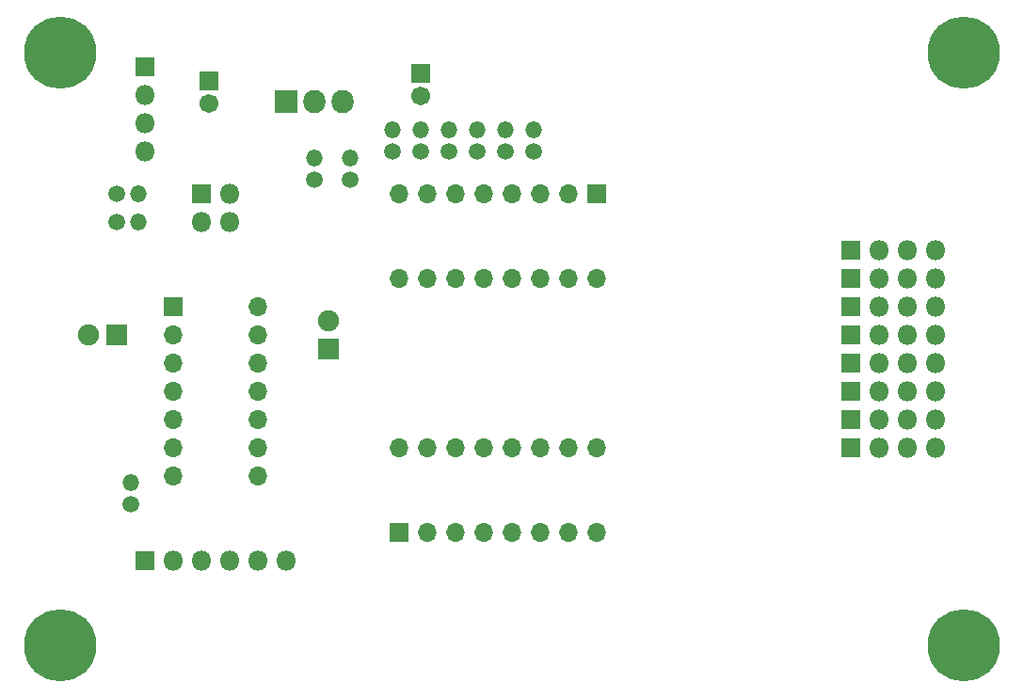
<source format=gbs>
G04 #@! TF.GenerationSoftware,KiCad,Pcbnew,(5.1.0-0)*
G04 #@! TF.CreationDate,2019-04-07T15:46:55-04:00*
G04 #@! TF.ProjectId,Sonocto,536f6e6f-6374-46f2-9e6b-696361645f70,rev?*
G04 #@! TF.SameCoordinates,Original*
G04 #@! TF.FileFunction,Soldermask,Bot*
G04 #@! TF.FilePolarity,Negative*
%FSLAX46Y46*%
G04 Gerber Fmt 4.6, Leading zero omitted, Abs format (unit mm)*
G04 Created by KiCad (PCBNEW (5.1.0-0)) date 2019-04-07 15:46:55*
%MOMM*%
%LPD*%
G04 APERTURE LIST*
%ADD10C,6.501600*%
%ADD11O,1.801600X1.801600*%
%ADD12R,1.801600X1.801600*%
%ADD13O,1.501600X1.501600*%
%ADD14C,1.501600*%
%ADD15O,1.701600X1.701600*%
%ADD16R,1.701600X1.701600*%
%ADD17O,2.006600X2.101600*%
%ADD18R,2.006600X2.101600*%
%ADD19C,1.901600*%
%ADD20R,1.901600X1.901600*%
%ADD21C,1.701600*%
G04 APERTURE END LIST*
D10*
X180340000Y-116840000D03*
X99060000Y-116840000D03*
X99060000Y-63500000D03*
X180340000Y-63500000D03*
D11*
X114300000Y-78740000D03*
X111760000Y-78740000D03*
X114300000Y-76200000D03*
D12*
X111760000Y-76200000D03*
D13*
X121920000Y-73030000D03*
D14*
X121920000Y-74930000D03*
D13*
X125095000Y-73030000D03*
D14*
X125095000Y-74930000D03*
D13*
X128905000Y-70490000D03*
D14*
X128905000Y-72390000D03*
D13*
X131445000Y-70490000D03*
D14*
X131445000Y-72390000D03*
D13*
X141605000Y-70490000D03*
D14*
X141605000Y-72390000D03*
D13*
X139065000Y-70490000D03*
D14*
X139065000Y-72390000D03*
D13*
X136525000Y-70485000D03*
D14*
X136525000Y-72385000D03*
D13*
X133985000Y-70490000D03*
D14*
X133985000Y-72390000D03*
D13*
X105410000Y-102240000D03*
D14*
X105410000Y-104140000D03*
D13*
X106040000Y-76200000D03*
D14*
X104140000Y-76200000D03*
D13*
X106040000Y-78740000D03*
D14*
X104140000Y-78740000D03*
D15*
X129540000Y-99060000D03*
X147320000Y-106680000D03*
X132080000Y-99060000D03*
X144780000Y-106680000D03*
X134620000Y-99060000D03*
X142240000Y-106680000D03*
X137160000Y-99060000D03*
X139700000Y-106680000D03*
X139700000Y-99060000D03*
X137160000Y-106680000D03*
X142240000Y-99060000D03*
X134620000Y-106680000D03*
X144780000Y-99060000D03*
X132080000Y-106680000D03*
X147320000Y-99060000D03*
D16*
X129540000Y-106680000D03*
D15*
X147320000Y-83820000D03*
X129540000Y-76200000D03*
X144780000Y-83820000D03*
X132080000Y-76200000D03*
X142240000Y-83820000D03*
X134620000Y-76200000D03*
X139700000Y-83820000D03*
X137160000Y-76200000D03*
X137160000Y-83820000D03*
X139700000Y-76200000D03*
X134620000Y-83820000D03*
X142240000Y-76200000D03*
X132080000Y-83820000D03*
X144780000Y-76200000D03*
X129540000Y-83820000D03*
D16*
X147320000Y-76200000D03*
D15*
X116840000Y-86360000D03*
X109220000Y-101600000D03*
X116840000Y-88900000D03*
X109220000Y-99060000D03*
X116840000Y-91440000D03*
X109220000Y-96520000D03*
X116840000Y-93980000D03*
X109220000Y-93980000D03*
X116840000Y-96520000D03*
X109220000Y-91440000D03*
X116840000Y-99060000D03*
X109220000Y-88900000D03*
X116840000Y-101600000D03*
D16*
X109220000Y-86360000D03*
D17*
X124460000Y-67945000D03*
X121920000Y-67945000D03*
D18*
X119380000Y-67945000D03*
D11*
X119380000Y-109220000D03*
X116840000Y-109220000D03*
X114300000Y-109220000D03*
X111760000Y-109220000D03*
X109220000Y-109220000D03*
D12*
X106680000Y-109220000D03*
D11*
X177800000Y-99060000D03*
X175260000Y-99060000D03*
X172720000Y-99060000D03*
D12*
X170180000Y-99060000D03*
D11*
X177800000Y-96520000D03*
X175260000Y-96520000D03*
X172720000Y-96520000D03*
D12*
X170180000Y-96520000D03*
D11*
X177800000Y-93980000D03*
X175260000Y-93980000D03*
X172720000Y-93980000D03*
D12*
X170180000Y-93980000D03*
D11*
X177800000Y-91440000D03*
X175260000Y-91440000D03*
X172720000Y-91440000D03*
D12*
X170180000Y-91440000D03*
D11*
X177800000Y-88900000D03*
X175260000Y-88900000D03*
X172720000Y-88900000D03*
D12*
X170180000Y-88900000D03*
D11*
X177800000Y-86360000D03*
X175260000Y-86360000D03*
X172720000Y-86360000D03*
D12*
X170180000Y-86360000D03*
D11*
X177800000Y-83820000D03*
X175260000Y-83820000D03*
X172720000Y-83820000D03*
D12*
X170180000Y-83820000D03*
D11*
X177800000Y-81280000D03*
X175260000Y-81280000D03*
X172720000Y-81280000D03*
D12*
X170180000Y-81280000D03*
D11*
X106680000Y-72390000D03*
X106680000Y-69850000D03*
X106680000Y-67310000D03*
D12*
X106680000Y-64770000D03*
D19*
X101600000Y-88900000D03*
D20*
X104140000Y-88900000D03*
D19*
X123190000Y-87630000D03*
D20*
X123190000Y-90170000D03*
D21*
X131445000Y-67405000D03*
D16*
X131445000Y-65405000D03*
D21*
X112395000Y-68040000D03*
D16*
X112395000Y-66040000D03*
M02*

</source>
